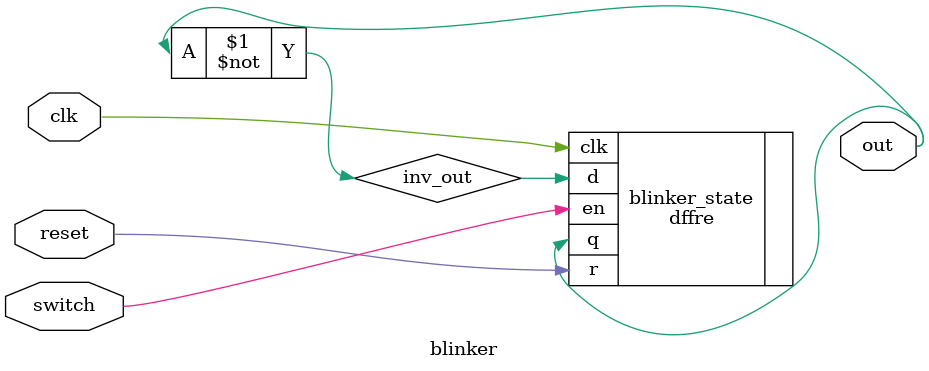
<source format=v>
module blinker( input wire switch,
				input wire clk,
				input wire reset,
				output wire out );

	wire inv_out;

	dffre /*#(1)*/ blinker_state (.clk(clk),
							  .r(reset), 
							  .en(switch),
							  .d(inv_out), 
							  .q(out) );
	
	// When switch goes high, update out to be inv_out
	assign inv_out = ~out;

endmodule

</source>
